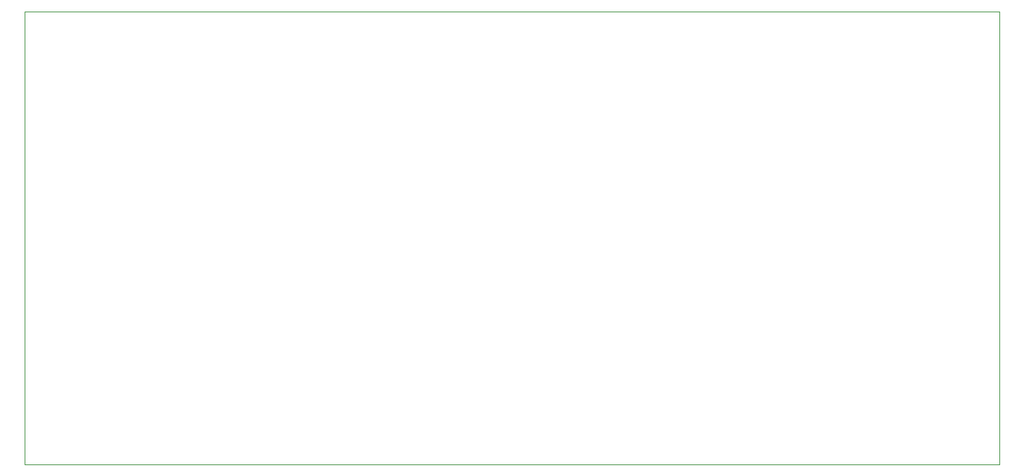
<source format=gbr>
G04 #@! TF.GenerationSoftware,KiCad,Pcbnew,5.1.0-060a0da~80~ubuntu16.04.1*
G04 #@! TF.CreationDate,2019-04-09T13:02:11+02:00*
G04 #@! TF.ProjectId,74HC165 Breakout,37344843-3136-4352-9042-7265616b6f75,rev?*
G04 #@! TF.SameCoordinates,Original*
G04 #@! TF.FileFunction,Profile,NP*
%FSLAX46Y46*%
G04 Gerber Fmt 4.6, Leading zero omitted, Abs format (unit mm)*
G04 Created by KiCad (PCBNEW 5.1.0-060a0da~80~ubuntu16.04.1) date 2019-04-09 13:02:11*
%MOMM*%
%LPD*%
G04 APERTURE LIST*
%ADD10C,0.050000*%
G04 APERTURE END LIST*
D10*
X100000000Y-133000000D02*
X100000000Y-80000000D01*
X214000000Y-133000000D02*
X100000000Y-133000000D01*
X214000000Y-80000000D02*
X214000000Y-133000000D01*
X100000000Y-80000000D02*
X214000000Y-80000000D01*
M02*

</source>
